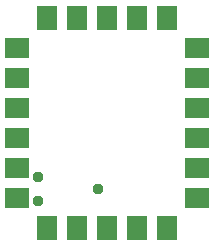
<source format=gbs>
G04 DipTrace 2.4.0.2*
%INSTM32small.gbs*%
%MOIN*%
%ADD39C,0.0374*%
%ADD63R,0.0816X0.0685*%
%ADD67R,0.0685X0.0816*%
%FSLAX44Y44*%
G04*
G70*
G90*
G75*
G01*
%LNBotMask*%
%LPD*%
D67*
X8937Y10932D3*
X7937D3*
X6937D3*
X5937D3*
X4937D3*
D63*
X9937Y6932D3*
Y7932D3*
Y8932D3*
Y9932D3*
Y4932D3*
Y5932D3*
D67*
X8937Y3932D3*
X7937D3*
D63*
X3937Y9932D3*
Y8932D3*
Y7932D3*
Y6932D3*
D39*
X6637Y5240D3*
X4637Y4840D3*
Y5640D3*
D63*
X3937Y5932D3*
Y4932D3*
D67*
X6937Y3932D3*
X5937D3*
X4937D3*
M02*

</source>
